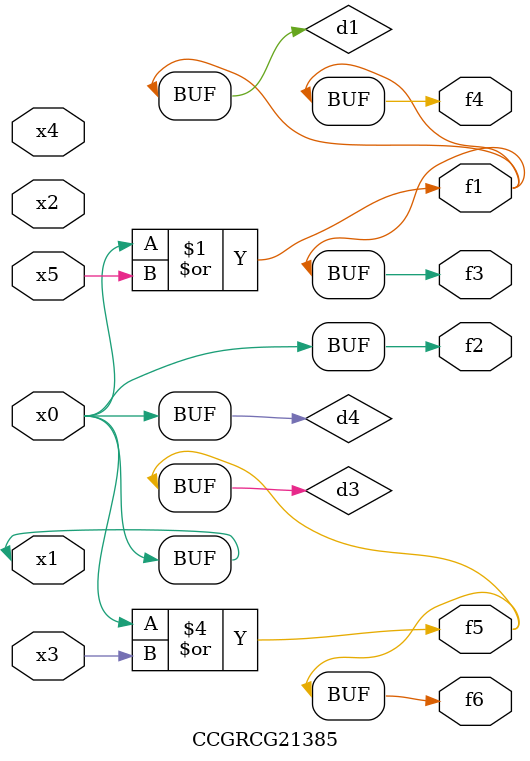
<source format=v>
module CCGRCG21385(
	input x0, x1, x2, x3, x4, x5,
	output f1, f2, f3, f4, f5, f6
);

	wire d1, d2, d3, d4;

	or (d1, x0, x5);
	xnor (d2, x1, x4);
	or (d3, x0, x3);
	buf (d4, x0, x1);
	assign f1 = d1;
	assign f2 = d4;
	assign f3 = d1;
	assign f4 = d1;
	assign f5 = d3;
	assign f6 = d3;
endmodule

</source>
